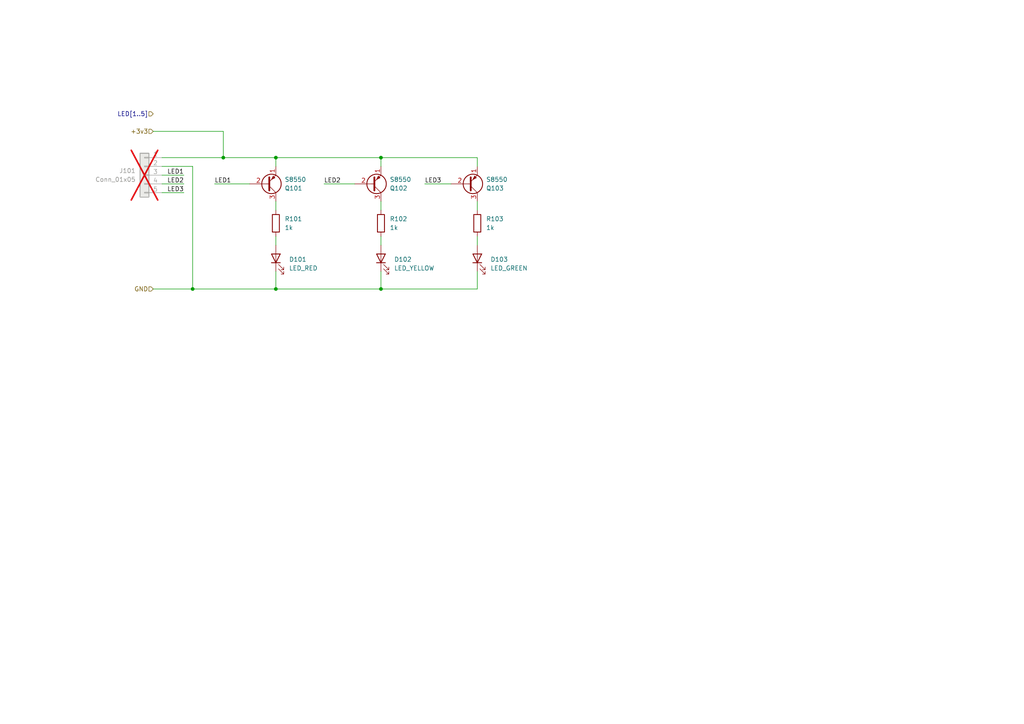
<source format=kicad_sch>
(kicad_sch (version 20231120) (generator "eeschema") (generator_version "8.0")
  (paper "A4")
  (title_block (title "xDuinoRail - LocDecoder - Development Kit") (date "2024-10-09") (rev "v0.2") (company "Chatelain Engineering, Bern - CH"))
  (lib_symbols
    (symbol "Connector_Generic:Conn_01x05" (pin_names (offset 1.016) hide)
      (property "Reference" "J" (at 0 7.62 0))
      (property "Value" "Conn_01x05" (at 0 -7.62 0))
      (symbol "Conn_01x05_1_1"
        (rectangle (start -1.27 -4.953) (end 0 -5.207) (stroke (width 0.1524)))
        (rectangle (start -1.27 -2.413) (end 0 -2.667) (stroke (width 0.1524)))
        (rectangle (start -1.27 0.127) (end 0 -0.127) (stroke (width 0.1524)))
        (rectangle (start -1.27 2.667) (end 0 2.413) (stroke (width 0.1524)))
        (rectangle (start -1.27 5.207) (end 0 4.953) (stroke (width 0.1524)))
        (rectangle (start -1.27 6.35) (end 1.27 -6.35) (stroke (width 0.254)) (fill (type background)))
        (pin passive line (at -5.08 5.08 0) (length 3.81) (name "Pin_1") (number "1"))
        (pin passive line (at -5.08 2.54 0) (length 3.81) (name "Pin_2") (number "2"))
        (pin passive line (at -5.08 0 0) (length 3.81) (name "Pin_3") (number "3"))
        (pin passive line (at -5.08 -2.54 0) (length 3.81) (name "Pin_4") (number "4"))
        (pin passive line (at -5.08 -5.08 0) (length 3.81) (name "Pin_5") (number "5"))
      )
    )
    (symbol "Device:LED" (pin_numbers hide) (pin_names (offset 1.016) hide)
      (property "Reference" "D" (at 0 2.54 0))
      (property "Value" "LED" (at 0 -2.54 0))
      (symbol "LED_0_1"
        (polyline (pts (xy -1.27 -1.27) (xy -1.27 1.27)) (stroke (width 0.254)))
        (polyline (pts (xy -1.27 0) (xy 1.27 0)))
        (polyline (pts (xy 1.27 -1.27) (xy 1.27 1.27) (xy -1.27 0) (xy 1.27 -1.27)) (stroke (width 0.254)))
        (polyline (pts (xy -3.048 -0.762) (xy -4.572 -2.286) (xy -3.81 -2.286) (xy -4.572 -2.286) (xy -4.572 -1.524)))
        (polyline (pts (xy -1.778 -0.762) (xy -3.302 -2.286) (xy -2.54 -2.286) (xy -3.302 -2.286) (xy -3.302 -1.524)))
      )
      (symbol "LED_1_1"
        (pin passive line (at -3.81 0 0) (length 2.54) (name "K") (number "1"))
        (pin passive line (at 3.81 0 180) (length 2.54) (name "A") (number "2"))
      )
    )
    (symbol "Device:R" (pin_numbers hide) (pin_names (offset 0))
      (property "Reference" "R" (at 2.032 0 90))
      (property "Value" "R" (at 0 0 90))
      (symbol "R_0_1"
        (rectangle (start -1.016 -2.54) (end 1.016 2.54) (stroke (width 0.254)))
      )
      (symbol "R_1_1"
        (pin passive line (at 0 3.81 270) (length 1.27) (name "~") (number "1"))
        (pin passive line (at 0 -3.81 90) (length 1.27) (name "~") (number "2"))
      )
    )
    (symbol "Transistor_BJT:S8550" (pin_names (offset 0) hide)
      (property "Reference" "Q" (at 5.08 1.905 0))
      (property "Value" "S8550" (at 5.08 0 0))
      (symbol "S8550_0_1"
        (polyline (pts (xy 0 0) (xy 0.635 0)))
        (polyline (pts (xy 2.54 -2.54) (xy 0.635 -0.635)))
        (polyline (pts (xy 2.54 2.54) (xy 0.635 0.635)))
        (polyline (pts (xy 0.635 1.905) (xy 0.635 -1.905) (xy 0.635 -1.905)) (stroke (width 0.508)) (fill (type outline)))
        (polyline (pts (xy 1.778 -2.286) (xy 2.286 -1.778) (xy 1.27 -1.27) (xy 1.778 -2.286) (xy 1.778 -2.286)) (fill (type outline)))
        (circle (center 1.27 0) (radius 2.8194) (stroke (width 0.254)))
      )
      (symbol "S8550_1_1"
        (pin passive line (at 2.54 -5.08 90) (length 2.54) (name "E") (number "1"))
        (pin input line (at -5.08 0 0) (length 5.08) (name "B") (number "2"))
        (pin passive line (at 2.54 5.08 270) (length 2.54) (name "C") (number "3"))
      )
    )
  )
  (junction (at 80.01 45.72))
  (junction (at 80.01 83.82))
  (junction (at 55.88 83.82))
  (junction (at 64.77 45.72))
  (junction (at 110.49 83.82))
  (junction (at 110.49 45.72))
  (wire (pts (xy 110.49 78.74) (xy 110.49 83.82)))
  (wire (pts (xy 80.01 83.82) (xy 110.49 83.82)))
  (wire (pts (xy 130.81 53.34) (xy 123.19 53.34)))
  (wire (pts (xy 46.99 48.26) (xy 55.88 48.26)))
  (wire (pts (xy 110.49 68.58) (xy 110.49 71.12)))
  (wire (pts (xy 64.77 45.72) (xy 80.01 45.72)))
  (wire (pts (xy 138.43 78.74) (xy 138.43 83.82)))
  (wire (pts (xy 46.99 45.72) (xy 64.77 45.72)))
  (wire (pts (xy 80.01 68.58) (xy 80.01 71.12)))
  (wire (pts (xy 110.49 83.82) (xy 138.43 83.82)))
  (wire (pts (xy 93.98 53.34) (xy 102.87 53.34)))
  (wire (pts (xy 138.43 58.42) (xy 138.43 60.96)))
  (wire (pts (xy 80.01 58.42) (xy 80.01 60.96)))
  (wire (pts (xy 138.43 45.72) (xy 138.43 48.26)))
  (wire (pts (xy 110.49 58.42) (xy 110.49 60.96)))
  (wire (pts (xy 80.01 78.74) (xy 80.01 83.82)))
  (wire (pts (xy 46.99 55.88) (xy 53.34 55.88)))
  (wire (pts (xy 46.99 50.8) (xy 53.34 50.8)))
  (wire (pts (xy 80.01 45.72) (xy 80.01 48.26)))
  (wire (pts (xy 46.99 53.34) (xy 53.34 53.34)))
  (wire (pts (xy 44.45 38.1) (xy 64.77 38.1)))
  (wire (pts (xy 55.88 48.26) (xy 55.88 83.82)))
  (wire (pts (xy 55.88 83.82) (xy 80.01 83.82)))
  (wire (pts (xy 110.49 45.72) (xy 110.49 48.26)))
  (wire (pts (xy 72.39 53.34) (xy 62.23 53.34)))
  (wire (pts (xy 44.45 83.82) (xy 55.88 83.82)))
  (wire (pts (xy 80.01 45.72) (xy 110.49 45.72)))
  (wire (pts (xy 64.77 38.1) (xy 64.77 45.72)))
  (wire (pts (xy 138.43 68.58) (xy 138.43 71.12)))
  (wire (pts (xy 110.49 45.72) (xy 138.43 45.72)))
  (label "LED1" (at 62.23 53.34 0))
  (label "LED2" (at 93.98 53.34 0))
  (label "LED1" (at 53.34 50.8 180))
  (label "LED2" (at 53.34 53.34 180))
  (label "LED3" (at 123.19 53.34 0))
  (label "LED3" (at 53.34 55.88 180))
  (hierarchical_label "+3v3" (shape input) (at 44.45 38.1 180))
  (hierarchical_label "GND" (shape input) (at 44.45 83.82 180))
  (hierarchical_label "LED[1..5]" (shape input) (at 44.45 33.02 180))
  (symbol (lib_id "Transistor_BJT:S8550") (at 107.95 53.34 0) (mirror x) (unit 1)
    (property "Reference" "Q102" (at 113.03 54.61 0) (effects (justify left)))
    (property "Value" "S8550" (at 113.03 52.07 0) (effects (justify left)))
    (property "Footprint" "xDuinoRail:8x50_SOT-23" (effects (hide yes)))
    (property "Datasheet" "http://www.unisonic.com.tw/datasheet/S8550.pdf" (effects (hide yes)))
    (property "Description" "0.7A Ic, 20V Vce, Low Voltage High Current PNP Transistor, TO-92" (effects (hide yes)))
    (property "LCSC" "C8542" (effects (hide yes)))
    (property "OLI_ID" "S8550-2TY_SOT-23" (effects (hide yes)))
    (property "Sim.Device" "PNP" (effects (hide yes)))
    (property "Sim.Type" "GUMMELPOON" (effects (hide yes)))
    (property "Sim.Pins" "3=C 2=B 1=E" (effects (hide yes)))
    (property "Sim.Library" "__ltspice\\8x50.lib" (effects (hide yes)))
    (property "Sim.Name" "S8550" (effects (hide yes)))
  )
  (symbol (lib_id "Device:R") (at 138.43 64.77 0) (unit 1)
    (property "Reference" "R103" (at 140.97 63.4999 0) (effects (justify left)))
    (property "Value" "1k" (at 140.97 66.0399 0) (effects (justify left)))
    (property "Footprint" "Resistor_SMD:R_0805_2012Metric_Pad1.20x1.40mm_HandSolder" (effects (hide yes)))
    (property "Description" "Resistor" (effects (hide yes)))
    (property "OLI_ID" "1k_0805" (effects (hide yes)))
  )
  (symbol (lib_id "Device:LED") (at 110.49 74.93 90) (unit 1)
    (property "Reference" "D102" (at 114.3 75.2474 90) (effects (justify right)))
    (property "Value" "LED_YELLOW" (at 114.3 77.7874 90) (effects (justify right)))
    (property "Footprint" "LED_SMD:LED_0603_1608Metric_Pad1.05x0.95mm_HandSolder" (effects (hide yes)))
    (property "Description" "Light emitting diode" (effects (hide yes)))
    (property "OLI_ID" "LED-YELLOW_0603" (effects (hide yes)))
  )
  (symbol (lib_id "Device:LED") (at 80.01 74.93 90) (unit 1)
    (property "Reference" "D101" (at 83.82 75.2474 90) (effects (justify right)))
    (property "Value" "LED_RED" (at 83.82 77.7874 90) (effects (justify right)))
    (property "Footprint" "LED_SMD:LED_0603_1608Metric_Pad1.05x0.95mm_HandSolder" (effects (hide yes)))
    (property "Description" "Light emitting diode" (effects (hide yes)))
    (property "OLI_ID" "LED-RED_0603" (effects (hide yes)))
  )
  (symbol (lib_id "Device:LED") (at 138.43 74.93 90) (unit 1)
    (property "Reference" "D103" (at 142.24 75.2474 90) (effects (justify right)))
    (property "Value" "LED_GREEN" (at 142.24 77.7874 90) (effects (justify right)))
    (property "Footprint" "LED_SMD:LED_0603_1608Metric_Pad1.05x0.95mm_HandSolder" (effects (hide yes)))
    (property "Description" "Light emitting diode" (effects (hide yes)))
    (property "OLI_ID" "LED-GREEN_0603" (effects (hide yes)))
  )
  (symbol (lib_id "Connector_Generic:Conn_01x05") (at 41.91 50.8 0) (mirror y) (unit 1) (dnp yes)
    (property "Reference" "J101" (at 39.37 49.5299 0) (effects (justify left)))
    (property "Value" "Conn_01x05" (at 39.37 52.0699 0) (effects (justify left)))
    (property "Footprint" "Connector_PinSocket_2.54mm:PinSocket_1x05_P2.54mm_Vertical" (effects (hide yes)))
    (property "Description" "Generic connector, single row, 01x05, script generated (kicad-library-utils/schlib/autogen/connector/)" (effects (hide yes)))
  )
  (symbol (lib_id "Transistor_BJT:S8550") (at 77.47 53.34 0) (mirror x) (unit 1)
    (property "Reference" "Q101" (at 82.55 54.61 0) (effects (justify left)))
    (property "Value" "S8550" (at 82.55 52.07 0) (effects (justify left)))
    (property "Footprint" "xDuinoRail:8x50_SOT-23" (effects (hide yes)))
    (property "Datasheet" "http://www.unisonic.com.tw/datasheet/S8550.pdf" (effects (hide yes)))
    (property "Description" "0.7A Ic, 20V Vce, Low Voltage High Current PNP Transistor, TO-92" (effects (hide yes)))
    (property "LCSC" "C8542" (effects (hide yes)))
    (property "OLI_ID" "S8550-2TY_SOT-23" (effects (hide yes)))
    (property "Sim.Device" "PNP" (effects (hide yes)))
    (property "Sim.Type" "GUMMELPOON" (effects (hide yes)))
    (property "Sim.Pins" "3=C 2=B 1=E" (effects (hide yes)))
    (property "Sim.Library" "__ltspice\\8x50.lib" (effects (hide yes)))
    (property "Sim.Name" "S8550" (effects (hide yes)))
  )
  (symbol (lib_id "Transistor_BJT:S8550") (at 135.89 53.34 0) (mirror x) (unit 1)
    (property "Reference" "Q103" (at 140.97 54.61 0) (effects (justify left)))
    (property "Value" "S8550" (at 140.97 52.07 0) (effects (justify left)))
    (property "Footprint" "xDuinoRail:8x50_SOT-23" (effects (hide yes)))
    (property "Datasheet" "http://www.unisonic.com.tw/datasheet/S8550.pdf" (effects (hide yes)))
    (property "Description" "0.7A Ic, 20V Vce, Low Voltage High Current PNP Transistor, TO-92" (effects (hide yes)))
    (property "LCSC" "C8542" (effects (hide yes)))
    (property "OLI_ID" "S8550-2TY_SOT-23" (effects (hide yes)))
    (property "Sim.Device" "PNP" (effects (hide yes)))
    (property "Sim.Type" "GUMMELPOON" (effects (hide yes)))
    (property "Sim.Pins" "3=C 2=B 1=E" (effects (hide yes)))
    (property "Sim.Library" "__ltspice\\8x50.lib" (effects (hide yes)))
    (property "Sim.Name" "S8550" (effects (hide yes)))
  )
  (symbol (lib_id "Device:R") (at 110.49 64.77 0) (unit 1)
    (property "Reference" "R102" (at 113.03 63.4999 0) (effects (justify left)))
    (property "Value" "1k" (at 113.03 66.0399 0) (effects (justify left)))
    (property "Footprint" "Resistor_SMD:R_0805_2012Metric_Pad1.20x1.40mm_HandSolder" (effects (hide yes)))
    (property "Description" "Resistor" (effects (hide yes)))
    (property "OLI_ID" "1k_0805" (effects (hide yes)))
  )
  (symbol (lib_id "Device:R") (at 80.01 64.77 0) (unit 1)
    (property "Reference" "R101" (at 82.55 63.4999 0) (effects (justify left)))
    (property "Value" "1k" (at 82.55 66.0399 0) (effects (justify left)))
    (property "Footprint" "Resistor_SMD:R_0805_2012Metric_Pad1.20x1.40mm_HandSolder" (effects (hide yes)))
    (property "Description" "Resistor" (effects (hide yes)))
    (property "OLI_ID" "1k_0805" (effects (hide yes)))
  )
)
</source>
